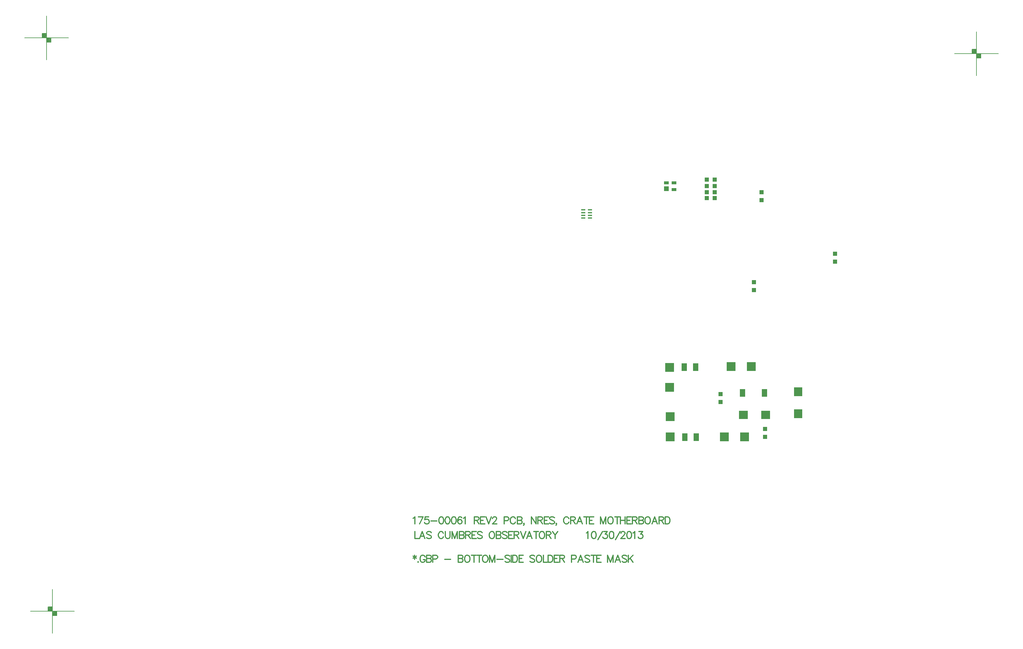
<source format=gbp>
%FSLAX23Y23*%
%MOIN*%
G70*
G01*
G75*
G04 Layer_Color=128*
%ADD10R,0.050X0.050*%
%ADD11R,0.100X0.100*%
%ADD12R,0.039X0.059*%
%ADD13O,0.079X0.024*%
%ADD14R,0.036X0.036*%
%ADD15O,0.014X0.067*%
%ADD16R,0.050X0.050*%
%ADD17R,0.025X0.100*%
%ADD18R,0.057X0.012*%
%ADD19R,0.025X0.185*%
%ADD20C,0.050*%
%ADD21C,0.025*%
%ADD22C,0.010*%
%ADD23C,0.006*%
%ADD24C,0.012*%
%ADD25C,0.008*%
%ADD26C,0.012*%
%ADD27C,0.012*%
%ADD28C,0.166*%
%ADD29C,0.080*%
%ADD30R,0.063X0.063*%
%ADD31C,0.063*%
%ADD32C,0.120*%
%ADD33R,0.120X0.120*%
%ADD34C,0.079*%
%ADD35R,0.079X0.079*%
%ADD36R,0.115X0.115*%
%ADD37C,0.115*%
%ADD38C,0.059*%
%ADD39C,0.065*%
%ADD40C,0.100*%
%ADD41C,0.116*%
%ADD42C,0.059*%
%ADD43R,0.059X0.059*%
%ADD44C,0.039*%
%ADD45C,0.220*%
%ADD46C,0.157*%
%ADD47C,0.070*%
%ADD48C,0.050*%
%ADD49C,0.020*%
%ADD50C,0.040*%
%ADD51C,0.206*%
%ADD52C,0.092*%
%ADD53C,0.079*%
%ADD54C,0.118*%
G04:AMPARAMS|DCode=55|XSize=138mil|YSize=138mil|CornerRadius=0mil|HoleSize=0mil|Usage=FLASHONLY|Rotation=0.000|XOffset=0mil|YOffset=0mil|HoleType=Round|Shape=Relief|Width=10mil|Gap=10mil|Entries=4|*
%AMTHD55*
7,0,0,0.138,0.118,0.010,45*
%
%ADD55THD55*%
G04:AMPARAMS|DCode=56|XSize=107.244mil|YSize=107.244mil|CornerRadius=0mil|HoleSize=0mil|Usage=FLASHONLY|Rotation=0.000|XOffset=0mil|YOffset=0mil|HoleType=Round|Shape=Relief|Width=10mil|Gap=10mil|Entries=4|*
%AMTHD56*
7,0,0,0.107,0.087,0.010,45*
%
%ADD56THD56*%
%ADD57C,0.087*%
%ADD58C,0.190*%
G04:AMPARAMS|DCode=59|XSize=112mil|YSize=112mil|CornerRadius=0mil|HoleSize=0mil|Usage=FLASHONLY|Rotation=0.000|XOffset=0mil|YOffset=0mil|HoleType=Round|Shape=Relief|Width=10mil|Gap=10mil|Entries=4|*
%AMTHD59*
7,0,0,0.112,0.092,0.010,45*
%
%ADD59THD59*%
G04:AMPARAMS|DCode=60|XSize=100mil|YSize=100mil|CornerRadius=0mil|HoleSize=0mil|Usage=FLASHONLY|Rotation=0.000|XOffset=0mil|YOffset=0mil|HoleType=Round|Shape=Relief|Width=10mil|Gap=10mil|Entries=4|*
%AMTHD60*
7,0,0,0.100,0.080,0.010,45*
%
%ADD60THD60*%
G04:AMPARAMS|DCode=61|XSize=123mil|YSize=123mil|CornerRadius=0mil|HoleSize=0mil|Usage=FLASHONLY|Rotation=0.000|XOffset=0mil|YOffset=0mil|HoleType=Round|Shape=Relief|Width=10mil|Gap=10mil|Entries=4|*
%AMTHD61*
7,0,0,0.123,0.103,0.010,45*
%
%ADD61THD61*%
%ADD62C,0.168*%
%ADD63C,0.075*%
%ADD64C,0.080*%
%ADD65C,0.076*%
G04:AMPARAMS|DCode=66|XSize=96.221mil|YSize=96.221mil|CornerRadius=0mil|HoleSize=0mil|Usage=FLASHONLY|Rotation=0.000|XOffset=0mil|YOffset=0mil|HoleType=Round|Shape=Relief|Width=10mil|Gap=10mil|Entries=4|*
%AMTHD66*
7,0,0,0.096,0.076,0.010,45*
%
%ADD66THD66*%
G04:AMPARAMS|DCode=67|XSize=150.551mil|YSize=150.551mil|CornerRadius=0mil|HoleSize=0mil|Usage=FLASHONLY|Rotation=0.000|XOffset=0mil|YOffset=0mil|HoleType=Round|Shape=Relief|Width=10mil|Gap=10mil|Entries=4|*
%AMTHD67*
7,0,0,0.151,0.131,0.010,45*
%
%ADD67THD67*%
G04:AMPARAMS|DCode=68|XSize=91mil|YSize=91mil|CornerRadius=0mil|HoleSize=0mil|Usage=FLASHONLY|Rotation=0.000|XOffset=0mil|YOffset=0mil|HoleType=Round|Shape=Relief|Width=10mil|Gap=10mil|Entries=4|*
%AMTHD68*
7,0,0,0.091,0.071,0.010,45*
%
%ADD68THD68*%
%ADD69C,0.071*%
%ADD70C,0.068*%
G04:AMPARAMS|DCode=71|XSize=70mil|YSize=70mil|CornerRadius=0mil|HoleSize=0mil|Usage=FLASHONLY|Rotation=0.000|XOffset=0mil|YOffset=0mil|HoleType=Round|Shape=Relief|Width=10mil|Gap=10mil|Entries=4|*
%AMTHD71*
7,0,0,0.070,0.050,0.010,45*
%
%ADD71THD71*%
G04:AMPARAMS|DCode=72|XSize=88mil|YSize=88mil|CornerRadius=0mil|HoleSize=0mil|Usage=FLASHONLY|Rotation=0.000|XOffset=0mil|YOffset=0mil|HoleType=Round|Shape=Relief|Width=10mil|Gap=10mil|Entries=4|*
%AMTHD72*
7,0,0,0.088,0.068,0.010,45*
%
%ADD72THD72*%
%ADD73C,0.020*%
%ADD74C,0.103*%
%ADD75C,0.131*%
%ADD76C,0.005*%
%ADD77R,0.060X0.086*%
%ADD78R,0.100X0.100*%
%ADD79R,0.102X0.094*%
%ADD80R,0.059X0.087*%
%ADD81R,0.094X0.102*%
%ADD82R,0.045X0.017*%
%ADD83R,0.053X0.053*%
%ADD84R,0.053X0.035*%
%ADD85C,0.010*%
%ADD86C,0.010*%
%ADD87C,0.024*%
%ADD88C,0.007*%
%ADD89C,0.008*%
%ADD90C,0.007*%
%ADD91C,0.015*%
%ADD92R,0.194X0.245*%
%ADD93R,0.058X0.058*%
%ADD94R,0.108X0.108*%
%ADD95R,0.047X0.067*%
%ADD96O,0.087X0.032*%
%ADD97R,0.044X0.044*%
%ADD98O,0.022X0.075*%
%ADD99R,0.058X0.058*%
%ADD100R,0.033X0.108*%
%ADD101R,0.061X0.016*%
%ADD102R,0.033X0.193*%
%ADD103C,0.174*%
%ADD104C,0.088*%
%ADD105R,0.071X0.071*%
%ADD106C,0.071*%
%ADD107C,0.128*%
%ADD108R,0.128X0.128*%
%ADD109C,0.087*%
%ADD110R,0.087X0.087*%
%ADD111R,0.123X0.123*%
%ADD112C,0.123*%
%ADD113C,0.067*%
%ADD114C,0.073*%
%ADD115C,0.108*%
%ADD116C,0.124*%
%ADD117C,0.067*%
%ADD118R,0.067X0.067*%
%ADD119C,0.047*%
%ADD120C,0.228*%
%ADD121C,0.165*%
%ADD122C,0.063*%
%ADD123C,0.043*%
%ADD124R,0.043X0.043*%
%ADD125C,0.058*%
%ADD126R,2.050X0.450*%
%ADD127R,0.068X0.094*%
%ADD128R,0.108X0.108*%
%ADD129R,0.110X0.102*%
%ADD130R,0.067X0.095*%
%ADD131R,0.102X0.110*%
%ADD132R,0.053X0.025*%
%ADD133R,0.061X0.061*%
%ADD134R,0.061X0.043*%
D10*
X16734Y13455D02*
D03*
X16824D02*
D03*
X16734Y13384D02*
D03*
X16824D02*
D03*
X16734Y13312D02*
D03*
X16824D02*
D03*
X16734Y13245D02*
D03*
X16824D02*
D03*
D11*
X16319Y10528D02*
D03*
Y10759D02*
D03*
X16313Y11092D02*
D03*
Y11321D02*
D03*
D16*
X17272Y12290D02*
D03*
Y12200D02*
D03*
X17360Y13222D02*
D03*
Y13312D02*
D03*
X16893Y10925D02*
D03*
Y11016D02*
D03*
X17398Y10530D02*
D03*
Y10620D02*
D03*
X18195Y12613D02*
D03*
Y12523D02*
D03*
D25*
X9306Y8521D02*
X9316D01*
Y8516D02*
Y8526D01*
X9306D02*
X9316D01*
X9306Y8516D02*
Y8526D01*
Y8516D02*
X9316D01*
X9321D02*
Y8531D01*
X9301D02*
X9321D01*
X9301Y8511D02*
Y8531D01*
Y8511D02*
X9321D01*
X9326D02*
Y8536D01*
X9296D02*
X9326D01*
X9296Y8506D02*
Y8536D01*
Y8506D02*
X9326D01*
X9331Y8501D02*
Y8541D01*
X9291D02*
X9331D01*
X9291Y8501D02*
Y8541D01*
Y8501D02*
X9331D01*
X9256Y8571D02*
X9266D01*
Y8566D02*
Y8576D01*
X9256D02*
X9266D01*
X9256Y8566D02*
Y8576D01*
Y8566D02*
X9266D01*
X9271D02*
Y8581D01*
X9251D02*
X9271D01*
X9251Y8561D02*
Y8581D01*
Y8561D02*
X9271D01*
X9276D02*
Y8586D01*
X9246D02*
X9276D01*
X9246Y8556D02*
Y8586D01*
Y8556D02*
X9276D01*
X9281Y8551D02*
Y8591D01*
X9241D02*
X9281D01*
X9241Y8551D02*
Y8591D01*
Y8551D02*
X9281D01*
X9236Y8596D02*
X9286D01*
X9236Y8546D02*
Y8596D01*
X9286Y8496D02*
X9336D01*
Y8546D01*
X9286Y8296D02*
Y8796D01*
X9036Y8546D02*
X9536D01*
X9240Y15045D02*
X9250D01*
Y15040D02*
Y15050D01*
X9240D02*
X9250D01*
X9240Y15040D02*
Y15050D01*
Y15040D02*
X9250D01*
X9255D02*
Y15055D01*
X9235D02*
X9255D01*
X9235Y15035D02*
Y15055D01*
Y15035D02*
X9255D01*
X9260D02*
Y15060D01*
X9230D02*
X9260D01*
X9230Y15030D02*
Y15060D01*
Y15030D02*
X9260D01*
X9265Y15025D02*
Y15065D01*
X9225D02*
X9265D01*
X9225Y15025D02*
Y15065D01*
Y15025D02*
X9265D01*
X9190Y15095D02*
X9200D01*
Y15090D02*
Y15100D01*
X9190D02*
X9200D01*
X9190Y15090D02*
Y15100D01*
Y15090D02*
X9200D01*
X9205D02*
Y15105D01*
X9185D02*
X9205D01*
X9185Y15085D02*
Y15105D01*
Y15085D02*
X9205D01*
X9210D02*
Y15110D01*
X9180D02*
X9210D01*
X9180Y15080D02*
Y15110D01*
Y15080D02*
X9210D01*
X9215Y15075D02*
Y15115D01*
X9175D02*
X9215D01*
X9175Y15075D02*
Y15115D01*
Y15075D02*
X9215D01*
X9170Y15120D02*
X9220D01*
X9170Y15070D02*
Y15120D01*
X9220Y15020D02*
X9270D01*
Y15070D01*
X9220Y14820D02*
Y15320D01*
X8970Y15070D02*
X9470D01*
X19824Y14865D02*
X19834D01*
Y14860D02*
Y14870D01*
X19824D02*
X19834D01*
X19824Y14860D02*
Y14870D01*
Y14860D02*
X19834D01*
X19839D02*
Y14875D01*
X19819D02*
X19839D01*
X19819Y14855D02*
Y14875D01*
Y14855D02*
X19839D01*
X19844D02*
Y14880D01*
X19814D02*
X19844D01*
X19814Y14850D02*
Y14880D01*
Y14850D02*
X19844D01*
X19849Y14845D02*
Y14885D01*
X19809D02*
X19849D01*
X19809Y14845D02*
Y14885D01*
Y14845D02*
X19849D01*
X19774Y14915D02*
X19784D01*
Y14910D02*
Y14920D01*
X19774D02*
X19784D01*
X19774Y14910D02*
Y14920D01*
Y14910D02*
X19784D01*
X19789D02*
Y14925D01*
X19769D02*
X19789D01*
X19769Y14905D02*
Y14925D01*
Y14905D02*
X19789D01*
X19794D02*
Y14930D01*
X19764D02*
X19794D01*
X19764Y14900D02*
Y14930D01*
Y14900D02*
X19794D01*
X19799Y14895D02*
Y14935D01*
X19759D02*
X19799D01*
X19759Y14895D02*
Y14935D01*
Y14895D02*
X19799D01*
X19754Y14940D02*
X19804D01*
X19754Y14890D02*
Y14940D01*
X19804Y14840D02*
X19854D01*
Y14890D01*
X19804Y14640D02*
Y15140D01*
X19554Y14890D02*
X20054D01*
D26*
X13410Y9183D02*
Y9137D01*
X13391Y9172D02*
X13429Y9149D01*
Y9172D02*
X13391Y9149D01*
X13449Y9111D02*
X13445Y9107D01*
X13449Y9103D01*
X13453Y9107D01*
X13449Y9111D01*
X13528Y9164D02*
X13524Y9172D01*
X13516Y9179D01*
X13509Y9183D01*
X13493D01*
X13486Y9179D01*
X13478Y9172D01*
X13474Y9164D01*
X13471Y9153D01*
Y9133D01*
X13474Y9122D01*
X13478Y9114D01*
X13486Y9107D01*
X13493Y9103D01*
X13509D01*
X13516Y9107D01*
X13524Y9114D01*
X13528Y9122D01*
Y9133D01*
X13509D02*
X13528D01*
X13546Y9183D02*
Y9103D01*
Y9183D02*
X13580D01*
X13592Y9179D01*
X13596Y9175D01*
X13599Y9168D01*
Y9160D01*
X13596Y9153D01*
X13592Y9149D01*
X13580Y9145D01*
X13546D02*
X13580D01*
X13592Y9141D01*
X13596Y9137D01*
X13599Y9130D01*
Y9118D01*
X13596Y9111D01*
X13592Y9107D01*
X13580Y9103D01*
X13546D01*
X13617Y9141D02*
X13652D01*
X13663Y9145D01*
X13667Y9149D01*
X13671Y9156D01*
Y9168D01*
X13667Y9175D01*
X13663Y9179D01*
X13652Y9183D01*
X13617D01*
Y9103D01*
X13751Y9137D02*
X13820D01*
X13906Y9183D02*
Y9103D01*
Y9183D02*
X13941D01*
X13952Y9179D01*
X13956Y9175D01*
X13960Y9168D01*
Y9160D01*
X13956Y9153D01*
X13952Y9149D01*
X13941Y9145D01*
X13906D02*
X13941D01*
X13952Y9141D01*
X13956Y9137D01*
X13960Y9130D01*
Y9118D01*
X13956Y9111D01*
X13952Y9107D01*
X13941Y9103D01*
X13906D01*
X14000Y9183D02*
X13993Y9179D01*
X13985Y9172D01*
X13981Y9164D01*
X13978Y9153D01*
Y9133D01*
X13981Y9122D01*
X13985Y9114D01*
X13993Y9107D01*
X14000Y9103D01*
X14016D01*
X14023Y9107D01*
X14031Y9114D01*
X14035Y9122D01*
X14038Y9133D01*
Y9153D01*
X14035Y9164D01*
X14031Y9172D01*
X14023Y9179D01*
X14016Y9183D01*
X14000D01*
X14084D02*
Y9103D01*
X14057Y9183D02*
X14110D01*
X14147D02*
Y9103D01*
X14120Y9183D02*
X14173D01*
X14206D02*
X14198Y9179D01*
X14190Y9172D01*
X14187Y9164D01*
X14183Y9153D01*
Y9133D01*
X14187Y9122D01*
X14190Y9114D01*
X14198Y9107D01*
X14206Y9103D01*
X14221D01*
X14229Y9107D01*
X14236Y9114D01*
X14240Y9122D01*
X14244Y9133D01*
Y9153D01*
X14240Y9164D01*
X14236Y9172D01*
X14229Y9179D01*
X14221Y9183D01*
X14206D01*
X14262D02*
Y9103D01*
Y9183D02*
X14293Y9103D01*
X14323Y9183D02*
X14293Y9103D01*
X14323Y9183D02*
Y9103D01*
X14346Y9137D02*
X14415D01*
X14492Y9172D02*
X14484Y9179D01*
X14473Y9183D01*
X14457D01*
X14446Y9179D01*
X14438Y9172D01*
Y9164D01*
X14442Y9156D01*
X14446Y9153D01*
X14454Y9149D01*
X14476Y9141D01*
X14484Y9137D01*
X14488Y9133D01*
X14492Y9126D01*
Y9114D01*
X14484Y9107D01*
X14473Y9103D01*
X14457D01*
X14446Y9107D01*
X14438Y9114D01*
X14510Y9183D02*
Y9103D01*
X14526Y9183D02*
Y9103D01*
Y9183D02*
X14553D01*
X14564Y9179D01*
X14572Y9172D01*
X14576Y9164D01*
X14580Y9153D01*
Y9133D01*
X14576Y9122D01*
X14572Y9114D01*
X14564Y9107D01*
X14553Y9103D01*
X14526D01*
X14647Y9183D02*
X14598D01*
Y9103D01*
X14647D01*
X14598Y9145D02*
X14628D01*
X14777Y9172D02*
X14769Y9179D01*
X14758Y9183D01*
X14742D01*
X14731Y9179D01*
X14723Y9172D01*
Y9164D01*
X14727Y9156D01*
X14731Y9153D01*
X14739Y9149D01*
X14761Y9141D01*
X14769Y9137D01*
X14773Y9133D01*
X14777Y9126D01*
Y9114D01*
X14769Y9107D01*
X14758Y9103D01*
X14742D01*
X14731Y9107D01*
X14723Y9114D01*
X14817Y9183D02*
X14810Y9179D01*
X14802Y9172D01*
X14798Y9164D01*
X14795Y9153D01*
Y9133D01*
X14798Y9122D01*
X14802Y9114D01*
X14810Y9107D01*
X14817Y9103D01*
X14833D01*
X14840Y9107D01*
X14848Y9114D01*
X14852Y9122D01*
X14855Y9133D01*
Y9153D01*
X14852Y9164D01*
X14848Y9172D01*
X14840Y9179D01*
X14833Y9183D01*
X14817D01*
X14874D02*
Y9103D01*
X14920D01*
X14929Y9183D02*
Y9103D01*
Y9183D02*
X14955D01*
X14967Y9179D01*
X14974Y9172D01*
X14978Y9164D01*
X14982Y9153D01*
Y9133D01*
X14978Y9122D01*
X14974Y9114D01*
X14967Y9107D01*
X14955Y9103D01*
X14929D01*
X15049Y9183D02*
X15000D01*
Y9103D01*
X15049D01*
X15000Y9145D02*
X15030D01*
X15063Y9183D02*
Y9103D01*
Y9183D02*
X15097D01*
X15108Y9179D01*
X15112Y9175D01*
X15116Y9168D01*
Y9160D01*
X15112Y9153D01*
X15108Y9149D01*
X15097Y9145D01*
X15063D01*
X15089D02*
X15116Y9103D01*
X15197Y9141D02*
X15231D01*
X15242Y9145D01*
X15246Y9149D01*
X15250Y9156D01*
Y9168D01*
X15246Y9175D01*
X15242Y9179D01*
X15231Y9183D01*
X15197D01*
Y9103D01*
X15329D02*
X15298Y9183D01*
X15268Y9103D01*
X15279Y9130D02*
X15317D01*
X15401Y9172D02*
X15393Y9179D01*
X15382Y9183D01*
X15367D01*
X15355Y9179D01*
X15348Y9172D01*
Y9164D01*
X15351Y9156D01*
X15355Y9153D01*
X15363Y9149D01*
X15386Y9141D01*
X15393Y9137D01*
X15397Y9133D01*
X15401Y9126D01*
Y9114D01*
X15393Y9107D01*
X15382Y9103D01*
X15367D01*
X15355Y9107D01*
X15348Y9114D01*
X15445Y9183D02*
Y9103D01*
X15419Y9183D02*
X15472D01*
X15531D02*
X15482D01*
Y9103D01*
X15531D01*
X15482Y9145D02*
X15512D01*
X15607Y9183D02*
Y9103D01*
Y9183D02*
X15638Y9103D01*
X15668Y9183D02*
X15638Y9103D01*
X15668Y9183D02*
Y9103D01*
X15752D02*
X15722Y9183D01*
X15691Y9103D01*
X15702Y9130D02*
X15741D01*
X15824Y9172D02*
X15816Y9179D01*
X15805Y9183D01*
X15790D01*
X15778Y9179D01*
X15771Y9172D01*
Y9164D01*
X15774Y9156D01*
X15778Y9153D01*
X15786Y9149D01*
X15809Y9141D01*
X15816Y9137D01*
X15820Y9133D01*
X15824Y9126D01*
Y9114D01*
X15816Y9107D01*
X15805Y9103D01*
X15790D01*
X15778Y9107D01*
X15771Y9114D01*
X15842Y9183D02*
Y9103D01*
X15895Y9183D02*
X15842Y9130D01*
X15861Y9149D02*
X15895Y9103D01*
X13393Y9604D02*
X13401Y9608D01*
X13412Y9619D01*
Y9539D01*
X13505Y9619D02*
X13467Y9539D01*
X13452Y9619D02*
X13505D01*
X13568D02*
X13530D01*
X13527Y9585D01*
X13530Y9589D01*
X13542Y9593D01*
X13553D01*
X13565Y9589D01*
X13572Y9581D01*
X13576Y9570D01*
Y9562D01*
X13572Y9551D01*
X13565Y9543D01*
X13553Y9539D01*
X13542D01*
X13530Y9543D01*
X13527Y9547D01*
X13523Y9555D01*
X13594Y9574D02*
X13663D01*
X13709Y9619D02*
X13698Y9616D01*
X13690Y9604D01*
X13686Y9585D01*
Y9574D01*
X13690Y9555D01*
X13698Y9543D01*
X13709Y9539D01*
X13717D01*
X13728Y9543D01*
X13736Y9555D01*
X13739Y9574D01*
Y9585D01*
X13736Y9604D01*
X13728Y9616D01*
X13717Y9619D01*
X13709D01*
X13780D02*
X13769Y9616D01*
X13761Y9604D01*
X13757Y9585D01*
Y9574D01*
X13761Y9555D01*
X13769Y9543D01*
X13780Y9539D01*
X13788D01*
X13799Y9543D01*
X13807Y9555D01*
X13811Y9574D01*
Y9585D01*
X13807Y9604D01*
X13799Y9616D01*
X13788Y9619D01*
X13780D01*
X13851D02*
X13840Y9616D01*
X13832Y9604D01*
X13829Y9585D01*
Y9574D01*
X13832Y9555D01*
X13840Y9543D01*
X13851Y9539D01*
X13859D01*
X13871Y9543D01*
X13878Y9555D01*
X13882Y9574D01*
Y9585D01*
X13878Y9604D01*
X13871Y9616D01*
X13859Y9619D01*
X13851D01*
X13946Y9608D02*
X13942Y9616D01*
X13930Y9619D01*
X13923D01*
X13911Y9616D01*
X13904Y9604D01*
X13900Y9585D01*
Y9566D01*
X13904Y9551D01*
X13911Y9543D01*
X13923Y9539D01*
X13926D01*
X13938Y9543D01*
X13946Y9551D01*
X13949Y9562D01*
Y9566D01*
X13946Y9577D01*
X13938Y9585D01*
X13926Y9589D01*
X13923D01*
X13911Y9585D01*
X13904Y9577D01*
X13900Y9566D01*
X13967Y9604D02*
X13974Y9608D01*
X13986Y9619D01*
Y9539D01*
X14088Y9619D02*
Y9539D01*
Y9619D02*
X14123D01*
X14134Y9616D01*
X14138Y9612D01*
X14142Y9604D01*
Y9596D01*
X14138Y9589D01*
X14134Y9585D01*
X14123Y9581D01*
X14088D01*
X14115D02*
X14142Y9539D01*
X14209Y9619D02*
X14160D01*
Y9539D01*
X14209D01*
X14160Y9581D02*
X14190D01*
X14222Y9619D02*
X14253Y9539D01*
X14283Y9619D02*
X14253Y9539D01*
X14297Y9600D02*
Y9604D01*
X14301Y9612D01*
X14305Y9616D01*
X14313Y9619D01*
X14328D01*
X14336Y9616D01*
X14339Y9612D01*
X14343Y9604D01*
Y9596D01*
X14339Y9589D01*
X14332Y9577D01*
X14294Y9539D01*
X14347D01*
X14428Y9577D02*
X14462D01*
X14473Y9581D01*
X14477Y9585D01*
X14481Y9593D01*
Y9604D01*
X14477Y9612D01*
X14473Y9616D01*
X14462Y9619D01*
X14428D01*
Y9539D01*
X14556Y9600D02*
X14552Y9608D01*
X14545Y9616D01*
X14537Y9619D01*
X14522D01*
X14514Y9616D01*
X14507Y9608D01*
X14503Y9600D01*
X14499Y9589D01*
Y9570D01*
X14503Y9558D01*
X14507Y9551D01*
X14514Y9543D01*
X14522Y9539D01*
X14537D01*
X14545Y9543D01*
X14552Y9551D01*
X14556Y9558D01*
X14579Y9619D02*
Y9539D01*
Y9619D02*
X14613D01*
X14624Y9616D01*
X14628Y9612D01*
X14632Y9604D01*
Y9596D01*
X14628Y9589D01*
X14624Y9585D01*
X14613Y9581D01*
X14579D02*
X14613D01*
X14624Y9577D01*
X14628Y9574D01*
X14632Y9566D01*
Y9555D01*
X14628Y9547D01*
X14624Y9543D01*
X14613Y9539D01*
X14579D01*
X14657Y9543D02*
X14654Y9539D01*
X14650Y9543D01*
X14654Y9547D01*
X14657Y9543D01*
Y9536D01*
X14654Y9528D01*
X14650Y9524D01*
X14738Y9619D02*
Y9539D01*
Y9619D02*
X14791Y9539D01*
Y9619D02*
Y9539D01*
X14813Y9619D02*
Y9539D01*
Y9619D02*
X14847D01*
X14859Y9616D01*
X14863Y9612D01*
X14866Y9604D01*
Y9596D01*
X14863Y9589D01*
X14859Y9585D01*
X14847Y9581D01*
X14813D01*
X14840D02*
X14866Y9539D01*
X14934Y9619D02*
X14884D01*
Y9539D01*
X14934D01*
X14884Y9581D02*
X14915D01*
X15001Y9608D02*
X14993Y9616D01*
X14982Y9619D01*
X14966D01*
X14955Y9616D01*
X14947Y9608D01*
Y9600D01*
X14951Y9593D01*
X14955Y9589D01*
X14962Y9585D01*
X14985Y9577D01*
X14993Y9574D01*
X14997Y9570D01*
X15001Y9562D01*
Y9551D01*
X14993Y9543D01*
X14982Y9539D01*
X14966D01*
X14955Y9543D01*
X14947Y9551D01*
X15026Y9543D02*
X15022Y9539D01*
X15018Y9543D01*
X15022Y9547D01*
X15026Y9543D01*
Y9536D01*
X15022Y9528D01*
X15018Y9524D01*
X15164Y9600D02*
X15160Y9608D01*
X15152Y9616D01*
X15145Y9619D01*
X15129D01*
X15122Y9616D01*
X15114Y9608D01*
X15110Y9600D01*
X15106Y9589D01*
Y9570D01*
X15110Y9558D01*
X15114Y9551D01*
X15122Y9543D01*
X15129Y9539D01*
X15145D01*
X15152Y9543D01*
X15160Y9551D01*
X15164Y9558D01*
X15186Y9619D02*
Y9539D01*
Y9619D02*
X15220D01*
X15232Y9616D01*
X15236Y9612D01*
X15239Y9604D01*
Y9596D01*
X15236Y9589D01*
X15232Y9585D01*
X15220Y9581D01*
X15186D01*
X15213D02*
X15239Y9539D01*
X15318D02*
X15288Y9619D01*
X15257Y9539D01*
X15269Y9566D02*
X15307D01*
X15364Y9619D02*
Y9539D01*
X15337Y9619D02*
X15390D01*
X15449D02*
X15400D01*
Y9539D01*
X15449D01*
X15400Y9581D02*
X15430D01*
X15525Y9619D02*
Y9539D01*
Y9619D02*
X15556Y9539D01*
X15586Y9619D02*
X15556Y9539D01*
X15586Y9619D02*
Y9539D01*
X15632Y9619D02*
X15624Y9616D01*
X15617Y9608D01*
X15613Y9600D01*
X15609Y9589D01*
Y9570D01*
X15613Y9558D01*
X15617Y9551D01*
X15624Y9543D01*
X15632Y9539D01*
X15647D01*
X15655Y9543D01*
X15662Y9551D01*
X15666Y9558D01*
X15670Y9570D01*
Y9589D01*
X15666Y9600D01*
X15662Y9608D01*
X15655Y9616D01*
X15647Y9619D01*
X15632D01*
X15715D02*
Y9539D01*
X15689Y9619D02*
X15742D01*
X15752D02*
Y9539D01*
X15805Y9619D02*
Y9539D01*
X15752Y9581D02*
X15805D01*
X15877Y9619D02*
X15827D01*
Y9539D01*
X15877D01*
X15827Y9581D02*
X15858D01*
X15890Y9619D02*
Y9539D01*
Y9619D02*
X15924D01*
X15936Y9616D01*
X15939Y9612D01*
X15943Y9604D01*
Y9596D01*
X15939Y9589D01*
X15936Y9585D01*
X15924Y9581D01*
X15890D01*
X15917D02*
X15943Y9539D01*
X15961Y9619D02*
Y9539D01*
Y9619D02*
X15995D01*
X16007Y9616D01*
X16011Y9612D01*
X16014Y9604D01*
Y9596D01*
X16011Y9589D01*
X16007Y9585D01*
X15995Y9581D01*
X15961D02*
X15995D01*
X16007Y9577D01*
X16011Y9574D01*
X16014Y9566D01*
Y9555D01*
X16011Y9547D01*
X16007Y9543D01*
X15995Y9539D01*
X15961D01*
X16055Y9619D02*
X16048Y9616D01*
X16040Y9608D01*
X16036Y9600D01*
X16032Y9589D01*
Y9570D01*
X16036Y9558D01*
X16040Y9551D01*
X16048Y9543D01*
X16055Y9539D01*
X16070D01*
X16078Y9543D01*
X16086Y9551D01*
X16089Y9558D01*
X16093Y9570D01*
Y9589D01*
X16089Y9600D01*
X16086Y9608D01*
X16078Y9616D01*
X16070Y9619D01*
X16055D01*
X16173Y9539D02*
X16142Y9619D01*
X16112Y9539D01*
X16123Y9566D02*
X16161D01*
X16192Y9619D02*
Y9539D01*
Y9619D02*
X16226D01*
X16237Y9616D01*
X16241Y9612D01*
X16245Y9604D01*
Y9596D01*
X16241Y9589D01*
X16237Y9585D01*
X16226Y9581D01*
X16192D01*
X16218D02*
X16245Y9539D01*
X16263Y9619D02*
Y9539D01*
Y9619D02*
X16289D01*
X16301Y9616D01*
X16308Y9608D01*
X16312Y9600D01*
X16316Y9589D01*
Y9570D01*
X16312Y9558D01*
X16308Y9551D01*
X16301Y9543D01*
X16289Y9539D01*
X16263D01*
D27*
X13412Y9453D02*
Y9373D01*
X13458D01*
X13527D02*
X13497Y9453D01*
X13466Y9373D01*
X13478Y9399D02*
X13516D01*
X13599Y9441D02*
X13592Y9449D01*
X13580Y9453D01*
X13565D01*
X13554Y9449D01*
X13546Y9441D01*
Y9434D01*
X13550Y9426D01*
X13554Y9422D01*
X13561Y9418D01*
X13584Y9411D01*
X13592Y9407D01*
X13596Y9403D01*
X13599Y9395D01*
Y9384D01*
X13592Y9376D01*
X13580Y9373D01*
X13565D01*
X13554Y9376D01*
X13546Y9384D01*
X13737Y9434D02*
X13733Y9441D01*
X13726Y9449D01*
X13718Y9453D01*
X13703D01*
X13695Y9449D01*
X13688Y9441D01*
X13684Y9434D01*
X13680Y9422D01*
Y9403D01*
X13684Y9392D01*
X13688Y9384D01*
X13695Y9376D01*
X13703Y9373D01*
X13718D01*
X13726Y9376D01*
X13733Y9384D01*
X13737Y9392D01*
X13760Y9453D02*
Y9395D01*
X13764Y9384D01*
X13771Y9376D01*
X13783Y9373D01*
X13790D01*
X13802Y9376D01*
X13809Y9384D01*
X13813Y9395D01*
Y9453D01*
X13835D02*
Y9373D01*
Y9453D02*
X13866Y9373D01*
X13896Y9453D02*
X13866Y9373D01*
X13896Y9453D02*
Y9373D01*
X13919Y9453D02*
Y9373D01*
Y9453D02*
X13953D01*
X13965Y9449D01*
X13968Y9445D01*
X13972Y9437D01*
Y9430D01*
X13968Y9422D01*
X13965Y9418D01*
X13953Y9414D01*
X13919D02*
X13953D01*
X13965Y9411D01*
X13968Y9407D01*
X13972Y9399D01*
Y9388D01*
X13968Y9380D01*
X13965Y9376D01*
X13953Y9373D01*
X13919D01*
X13990Y9453D02*
Y9373D01*
Y9453D02*
X14024D01*
X14036Y9449D01*
X14040Y9445D01*
X14044Y9437D01*
Y9430D01*
X14040Y9422D01*
X14036Y9418D01*
X14024Y9414D01*
X13990D01*
X14017D02*
X14044Y9373D01*
X14111Y9453D02*
X14061D01*
Y9373D01*
X14111D01*
X14061Y9414D02*
X14092D01*
X14178Y9441D02*
X14170Y9449D01*
X14159Y9453D01*
X14143D01*
X14132Y9449D01*
X14124Y9441D01*
Y9434D01*
X14128Y9426D01*
X14132Y9422D01*
X14139Y9418D01*
X14162Y9411D01*
X14170Y9407D01*
X14174Y9403D01*
X14178Y9395D01*
Y9384D01*
X14170Y9376D01*
X14159Y9373D01*
X14143D01*
X14132Y9376D01*
X14124Y9384D01*
X14281Y9453D02*
X14274Y9449D01*
X14266Y9441D01*
X14262Y9434D01*
X14258Y9422D01*
Y9403D01*
X14262Y9392D01*
X14266Y9384D01*
X14274Y9376D01*
X14281Y9373D01*
X14296D01*
X14304Y9376D01*
X14312Y9384D01*
X14315Y9392D01*
X14319Y9403D01*
Y9422D01*
X14315Y9434D01*
X14312Y9441D01*
X14304Y9449D01*
X14296Y9453D01*
X14281D01*
X14338D02*
Y9373D01*
Y9453D02*
X14372D01*
X14384Y9449D01*
X14387Y9445D01*
X14391Y9437D01*
Y9430D01*
X14387Y9422D01*
X14384Y9418D01*
X14372Y9414D01*
X14338D02*
X14372D01*
X14384Y9411D01*
X14387Y9407D01*
X14391Y9399D01*
Y9388D01*
X14387Y9380D01*
X14384Y9376D01*
X14372Y9373D01*
X14338D01*
X14462Y9441D02*
X14455Y9449D01*
X14443Y9453D01*
X14428D01*
X14417Y9449D01*
X14409Y9441D01*
Y9434D01*
X14413Y9426D01*
X14417Y9422D01*
X14424Y9418D01*
X14447Y9411D01*
X14455Y9407D01*
X14459Y9403D01*
X14462Y9395D01*
Y9384D01*
X14455Y9376D01*
X14443Y9373D01*
X14428D01*
X14417Y9376D01*
X14409Y9384D01*
X14530Y9453D02*
X14480D01*
Y9373D01*
X14530D01*
X14480Y9414D02*
X14511D01*
X14543Y9453D02*
Y9373D01*
Y9453D02*
X14577D01*
X14589Y9449D01*
X14593Y9445D01*
X14597Y9437D01*
Y9430D01*
X14593Y9422D01*
X14589Y9418D01*
X14577Y9414D01*
X14543D01*
X14570D02*
X14597Y9373D01*
X14614Y9453D02*
X14645Y9373D01*
X14675Y9453D02*
X14645Y9373D01*
X14747D02*
X14716Y9453D01*
X14686Y9373D01*
X14697Y9399D02*
X14735D01*
X14792Y9453D02*
Y9373D01*
X14765Y9453D02*
X14819D01*
X14851D02*
X14843Y9449D01*
X14836Y9441D01*
X14832Y9434D01*
X14828Y9422D01*
Y9403D01*
X14832Y9392D01*
X14836Y9384D01*
X14843Y9376D01*
X14851Y9373D01*
X14866D01*
X14874Y9376D01*
X14881Y9384D01*
X14885Y9392D01*
X14889Y9403D01*
Y9422D01*
X14885Y9434D01*
X14881Y9441D01*
X14874Y9449D01*
X14866Y9453D01*
X14851D01*
X14908D02*
Y9373D01*
Y9453D02*
X14942D01*
X14953Y9449D01*
X14957Y9445D01*
X14961Y9437D01*
Y9430D01*
X14957Y9422D01*
X14953Y9418D01*
X14942Y9414D01*
X14908D01*
X14934D02*
X14961Y9373D01*
X14979Y9453D02*
X15009Y9414D01*
Y9373D01*
X15040Y9453D02*
X15009Y9414D01*
X15364Y9437D02*
X15372Y9441D01*
X15383Y9453D01*
Y9373D01*
X15446Y9453D02*
X15434Y9449D01*
X15427Y9437D01*
X15423Y9418D01*
Y9407D01*
X15427Y9388D01*
X15434Y9376D01*
X15446Y9373D01*
X15453D01*
X15465Y9376D01*
X15473Y9388D01*
X15476Y9407D01*
Y9418D01*
X15473Y9437D01*
X15465Y9449D01*
X15453Y9453D01*
X15446D01*
X15494Y9361D02*
X15548Y9453D01*
X15561D02*
X15602D01*
X15580Y9422D01*
X15591D01*
X15599Y9418D01*
X15602Y9414D01*
X15606Y9403D01*
Y9395D01*
X15602Y9384D01*
X15595Y9376D01*
X15583Y9373D01*
X15572D01*
X15561Y9376D01*
X15557Y9380D01*
X15553Y9388D01*
X15647Y9453D02*
X15636Y9449D01*
X15628Y9437D01*
X15624Y9418D01*
Y9407D01*
X15628Y9388D01*
X15636Y9376D01*
X15647Y9373D01*
X15655D01*
X15666Y9376D01*
X15674Y9388D01*
X15677Y9407D01*
Y9418D01*
X15674Y9437D01*
X15666Y9449D01*
X15655Y9453D01*
X15647D01*
X15695Y9361D02*
X15749Y9453D01*
X15758Y9434D02*
Y9437D01*
X15762Y9445D01*
X15765Y9449D01*
X15773Y9453D01*
X15788D01*
X15796Y9449D01*
X15800Y9445D01*
X15804Y9437D01*
Y9430D01*
X15800Y9422D01*
X15792Y9411D01*
X15754Y9373D01*
X15807D01*
X15848Y9453D02*
X15837Y9449D01*
X15829Y9437D01*
X15825Y9418D01*
Y9407D01*
X15829Y9388D01*
X15837Y9376D01*
X15848Y9373D01*
X15856D01*
X15867Y9376D01*
X15875Y9388D01*
X15879Y9407D01*
Y9418D01*
X15875Y9437D01*
X15867Y9449D01*
X15856Y9453D01*
X15848D01*
X15896Y9437D02*
X15904Y9441D01*
X15915Y9453D01*
Y9373D01*
X15963Y9453D02*
X16005D01*
X15982Y9422D01*
X15993D01*
X16001Y9418D01*
X16005Y9414D01*
X16008Y9403D01*
Y9395D01*
X16005Y9384D01*
X15997Y9376D01*
X15986Y9373D01*
X15974D01*
X15963Y9376D01*
X15959Y9380D01*
X15955Y9388D01*
D77*
X16616Y10526D02*
D03*
X16486D02*
D03*
X16608Y11323D02*
D03*
X16478D02*
D03*
D78*
X16935Y10531D02*
D03*
X17165D02*
D03*
X17241Y11328D02*
D03*
X17011D02*
D03*
D79*
X17405Y10781D02*
D03*
X17153D02*
D03*
D80*
X17141Y11028D02*
D03*
X17393D02*
D03*
D81*
X17776Y10792D02*
D03*
Y11043D02*
D03*
D82*
X15329Y13018D02*
D03*
Y13050D02*
D03*
Y13081D02*
D03*
Y13112D02*
D03*
X15405D02*
D03*
Y13081D02*
D03*
Y13050D02*
D03*
Y13018D02*
D03*
D83*
X16274Y13352D02*
D03*
D84*
X16361Y13344D02*
D03*
Y13419D02*
D03*
X16274D02*
D03*
M02*

</source>
